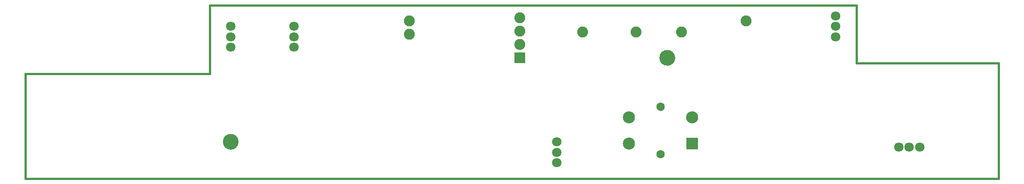
<source format=gbs>
G75*
%MOIN*%
%OFA0B0*%
%FSLAX25Y25*%
%IPPOS*%
%LPD*%
%AMOC8*
5,1,8,0,0,1.08239X$1,22.5*
%
%ADD10C,0.01600*%
%ADD11C,0.08200*%
%ADD12C,0.07099*%
%ADD13R,0.08200X0.08200*%
%ADD14C,0.00000*%
%ADD15C,0.11824*%
%ADD16R,0.09068X0.09068*%
%ADD17C,0.09068*%
%ADD18C,0.06312*%
D10*
X0130984Y0091614D02*
X0130984Y0170354D01*
X0268780Y0170354D01*
X0268780Y0221535D01*
X0753031Y0221535D01*
X0753031Y0178228D01*
X0859331Y0178228D01*
X0859331Y0091614D01*
X0130984Y0091614D01*
D11*
X0501063Y0192165D03*
X0501063Y0202165D03*
X0501063Y0212165D03*
X0548043Y0201622D03*
X0588043Y0201622D03*
X0621772Y0201445D03*
X0670354Y0209724D03*
X0418386Y0209724D03*
X0418386Y0199724D03*
D12*
X0331772Y0197913D03*
X0331772Y0190039D03*
X0284528Y0190039D03*
X0284528Y0197913D03*
X0284528Y0205787D03*
X0331772Y0205787D03*
X0528622Y0119173D03*
X0528622Y0111299D03*
X0528622Y0103425D03*
X0784528Y0115236D03*
X0792402Y0115236D03*
X0800276Y0115236D03*
X0737283Y0197913D03*
X0737283Y0205787D03*
X0737283Y0213661D03*
D13*
X0501063Y0182165D03*
D14*
X0605787Y0182165D02*
X0605789Y0182313D01*
X0605795Y0182461D01*
X0605805Y0182609D01*
X0605819Y0182756D01*
X0605837Y0182903D01*
X0605858Y0183049D01*
X0605884Y0183195D01*
X0605914Y0183340D01*
X0605947Y0183484D01*
X0605985Y0183627D01*
X0606026Y0183769D01*
X0606071Y0183910D01*
X0606119Y0184050D01*
X0606172Y0184189D01*
X0606228Y0184326D01*
X0606288Y0184461D01*
X0606351Y0184595D01*
X0606418Y0184727D01*
X0606489Y0184857D01*
X0606563Y0184985D01*
X0606640Y0185111D01*
X0606721Y0185235D01*
X0606805Y0185357D01*
X0606892Y0185476D01*
X0606983Y0185593D01*
X0607077Y0185708D01*
X0607173Y0185820D01*
X0607273Y0185930D01*
X0607375Y0186036D01*
X0607481Y0186140D01*
X0607589Y0186241D01*
X0607700Y0186339D01*
X0607813Y0186435D01*
X0607929Y0186527D01*
X0608047Y0186616D01*
X0608168Y0186701D01*
X0608291Y0186784D01*
X0608416Y0186863D01*
X0608543Y0186939D01*
X0608672Y0187011D01*
X0608803Y0187080D01*
X0608936Y0187145D01*
X0609071Y0187206D01*
X0609207Y0187264D01*
X0609344Y0187319D01*
X0609483Y0187369D01*
X0609624Y0187416D01*
X0609765Y0187459D01*
X0609908Y0187499D01*
X0610052Y0187534D01*
X0610196Y0187566D01*
X0610342Y0187593D01*
X0610488Y0187617D01*
X0610635Y0187637D01*
X0610782Y0187653D01*
X0610929Y0187665D01*
X0611077Y0187673D01*
X0611225Y0187677D01*
X0611373Y0187677D01*
X0611521Y0187673D01*
X0611669Y0187665D01*
X0611816Y0187653D01*
X0611963Y0187637D01*
X0612110Y0187617D01*
X0612256Y0187593D01*
X0612402Y0187566D01*
X0612546Y0187534D01*
X0612690Y0187499D01*
X0612833Y0187459D01*
X0612974Y0187416D01*
X0613115Y0187369D01*
X0613254Y0187319D01*
X0613391Y0187264D01*
X0613527Y0187206D01*
X0613662Y0187145D01*
X0613795Y0187080D01*
X0613926Y0187011D01*
X0614055Y0186939D01*
X0614182Y0186863D01*
X0614307Y0186784D01*
X0614430Y0186701D01*
X0614551Y0186616D01*
X0614669Y0186527D01*
X0614785Y0186435D01*
X0614898Y0186339D01*
X0615009Y0186241D01*
X0615117Y0186140D01*
X0615223Y0186036D01*
X0615325Y0185930D01*
X0615425Y0185820D01*
X0615521Y0185708D01*
X0615615Y0185593D01*
X0615706Y0185476D01*
X0615793Y0185357D01*
X0615877Y0185235D01*
X0615958Y0185111D01*
X0616035Y0184985D01*
X0616109Y0184857D01*
X0616180Y0184727D01*
X0616247Y0184595D01*
X0616310Y0184461D01*
X0616370Y0184326D01*
X0616426Y0184189D01*
X0616479Y0184050D01*
X0616527Y0183910D01*
X0616572Y0183769D01*
X0616613Y0183627D01*
X0616651Y0183484D01*
X0616684Y0183340D01*
X0616714Y0183195D01*
X0616740Y0183049D01*
X0616761Y0182903D01*
X0616779Y0182756D01*
X0616793Y0182609D01*
X0616803Y0182461D01*
X0616809Y0182313D01*
X0616811Y0182165D01*
X0616809Y0182017D01*
X0616803Y0181869D01*
X0616793Y0181721D01*
X0616779Y0181574D01*
X0616761Y0181427D01*
X0616740Y0181281D01*
X0616714Y0181135D01*
X0616684Y0180990D01*
X0616651Y0180846D01*
X0616613Y0180703D01*
X0616572Y0180561D01*
X0616527Y0180420D01*
X0616479Y0180280D01*
X0616426Y0180141D01*
X0616370Y0180004D01*
X0616310Y0179869D01*
X0616247Y0179735D01*
X0616180Y0179603D01*
X0616109Y0179473D01*
X0616035Y0179345D01*
X0615958Y0179219D01*
X0615877Y0179095D01*
X0615793Y0178973D01*
X0615706Y0178854D01*
X0615615Y0178737D01*
X0615521Y0178622D01*
X0615425Y0178510D01*
X0615325Y0178400D01*
X0615223Y0178294D01*
X0615117Y0178190D01*
X0615009Y0178089D01*
X0614898Y0177991D01*
X0614785Y0177895D01*
X0614669Y0177803D01*
X0614551Y0177714D01*
X0614430Y0177629D01*
X0614307Y0177546D01*
X0614182Y0177467D01*
X0614055Y0177391D01*
X0613926Y0177319D01*
X0613795Y0177250D01*
X0613662Y0177185D01*
X0613527Y0177124D01*
X0613391Y0177066D01*
X0613254Y0177011D01*
X0613115Y0176961D01*
X0612974Y0176914D01*
X0612833Y0176871D01*
X0612690Y0176831D01*
X0612546Y0176796D01*
X0612402Y0176764D01*
X0612256Y0176737D01*
X0612110Y0176713D01*
X0611963Y0176693D01*
X0611816Y0176677D01*
X0611669Y0176665D01*
X0611521Y0176657D01*
X0611373Y0176653D01*
X0611225Y0176653D01*
X0611077Y0176657D01*
X0610929Y0176665D01*
X0610782Y0176677D01*
X0610635Y0176693D01*
X0610488Y0176713D01*
X0610342Y0176737D01*
X0610196Y0176764D01*
X0610052Y0176796D01*
X0609908Y0176831D01*
X0609765Y0176871D01*
X0609624Y0176914D01*
X0609483Y0176961D01*
X0609344Y0177011D01*
X0609207Y0177066D01*
X0609071Y0177124D01*
X0608936Y0177185D01*
X0608803Y0177250D01*
X0608672Y0177319D01*
X0608543Y0177391D01*
X0608416Y0177467D01*
X0608291Y0177546D01*
X0608168Y0177629D01*
X0608047Y0177714D01*
X0607929Y0177803D01*
X0607813Y0177895D01*
X0607700Y0177991D01*
X0607589Y0178089D01*
X0607481Y0178190D01*
X0607375Y0178294D01*
X0607273Y0178400D01*
X0607173Y0178510D01*
X0607077Y0178622D01*
X0606983Y0178737D01*
X0606892Y0178854D01*
X0606805Y0178973D01*
X0606721Y0179095D01*
X0606640Y0179219D01*
X0606563Y0179345D01*
X0606489Y0179473D01*
X0606418Y0179603D01*
X0606351Y0179735D01*
X0606288Y0179869D01*
X0606228Y0180004D01*
X0606172Y0180141D01*
X0606119Y0180280D01*
X0606071Y0180420D01*
X0606026Y0180561D01*
X0605985Y0180703D01*
X0605947Y0180846D01*
X0605914Y0180990D01*
X0605884Y0181135D01*
X0605858Y0181281D01*
X0605837Y0181427D01*
X0605819Y0181574D01*
X0605805Y0181721D01*
X0605795Y0181869D01*
X0605789Y0182017D01*
X0605787Y0182165D01*
X0603500Y0145417D02*
X0603502Y0145522D01*
X0603508Y0145627D01*
X0603518Y0145731D01*
X0603532Y0145835D01*
X0603550Y0145939D01*
X0603572Y0146041D01*
X0603597Y0146143D01*
X0603627Y0146244D01*
X0603660Y0146343D01*
X0603697Y0146441D01*
X0603738Y0146538D01*
X0603783Y0146633D01*
X0603831Y0146726D01*
X0603882Y0146818D01*
X0603938Y0146907D01*
X0603996Y0146994D01*
X0604058Y0147079D01*
X0604122Y0147162D01*
X0604190Y0147242D01*
X0604261Y0147319D01*
X0604335Y0147393D01*
X0604412Y0147465D01*
X0604491Y0147534D01*
X0604573Y0147599D01*
X0604657Y0147662D01*
X0604744Y0147721D01*
X0604833Y0147777D01*
X0604924Y0147830D01*
X0605017Y0147879D01*
X0605111Y0147924D01*
X0605207Y0147966D01*
X0605305Y0148004D01*
X0605404Y0148038D01*
X0605505Y0148069D01*
X0605606Y0148095D01*
X0605709Y0148118D01*
X0605812Y0148137D01*
X0605916Y0148152D01*
X0606020Y0148163D01*
X0606125Y0148170D01*
X0606230Y0148173D01*
X0606335Y0148172D01*
X0606440Y0148167D01*
X0606544Y0148158D01*
X0606648Y0148145D01*
X0606752Y0148128D01*
X0606855Y0148107D01*
X0606957Y0148082D01*
X0607058Y0148054D01*
X0607157Y0148021D01*
X0607256Y0147985D01*
X0607353Y0147945D01*
X0607448Y0147902D01*
X0607542Y0147854D01*
X0607634Y0147804D01*
X0607724Y0147750D01*
X0607812Y0147692D01*
X0607897Y0147631D01*
X0607980Y0147567D01*
X0608061Y0147500D01*
X0608139Y0147430D01*
X0608214Y0147356D01*
X0608286Y0147281D01*
X0608356Y0147202D01*
X0608422Y0147121D01*
X0608486Y0147037D01*
X0608546Y0146951D01*
X0608602Y0146863D01*
X0608656Y0146772D01*
X0608706Y0146680D01*
X0608752Y0146586D01*
X0608795Y0146490D01*
X0608834Y0146392D01*
X0608869Y0146294D01*
X0608900Y0146193D01*
X0608928Y0146092D01*
X0608952Y0145990D01*
X0608972Y0145887D01*
X0608988Y0145783D01*
X0609000Y0145679D01*
X0609008Y0145574D01*
X0609012Y0145469D01*
X0609012Y0145365D01*
X0609008Y0145260D01*
X0609000Y0145155D01*
X0608988Y0145051D01*
X0608972Y0144947D01*
X0608952Y0144844D01*
X0608928Y0144742D01*
X0608900Y0144641D01*
X0608869Y0144540D01*
X0608834Y0144442D01*
X0608795Y0144344D01*
X0608752Y0144248D01*
X0608706Y0144154D01*
X0608656Y0144062D01*
X0608602Y0143971D01*
X0608546Y0143883D01*
X0608486Y0143797D01*
X0608422Y0143713D01*
X0608356Y0143632D01*
X0608286Y0143553D01*
X0608214Y0143478D01*
X0608139Y0143404D01*
X0608061Y0143334D01*
X0607980Y0143267D01*
X0607897Y0143203D01*
X0607812Y0143142D01*
X0607724Y0143084D01*
X0607634Y0143030D01*
X0607542Y0142980D01*
X0607448Y0142932D01*
X0607353Y0142889D01*
X0607256Y0142849D01*
X0607157Y0142813D01*
X0607058Y0142780D01*
X0606957Y0142752D01*
X0606855Y0142727D01*
X0606752Y0142706D01*
X0606648Y0142689D01*
X0606544Y0142676D01*
X0606440Y0142667D01*
X0606335Y0142662D01*
X0606230Y0142661D01*
X0606125Y0142664D01*
X0606020Y0142671D01*
X0605916Y0142682D01*
X0605812Y0142697D01*
X0605709Y0142716D01*
X0605606Y0142739D01*
X0605505Y0142765D01*
X0605404Y0142796D01*
X0605305Y0142830D01*
X0605207Y0142868D01*
X0605111Y0142910D01*
X0605017Y0142955D01*
X0604924Y0143004D01*
X0604833Y0143057D01*
X0604744Y0143113D01*
X0604657Y0143172D01*
X0604573Y0143235D01*
X0604491Y0143300D01*
X0604412Y0143369D01*
X0604335Y0143441D01*
X0604261Y0143515D01*
X0604190Y0143592D01*
X0604122Y0143672D01*
X0604058Y0143755D01*
X0603996Y0143840D01*
X0603938Y0143927D01*
X0603882Y0144016D01*
X0603831Y0144108D01*
X0603783Y0144201D01*
X0603738Y0144296D01*
X0603697Y0144393D01*
X0603660Y0144491D01*
X0603627Y0144590D01*
X0603597Y0144691D01*
X0603572Y0144793D01*
X0603550Y0144895D01*
X0603532Y0144999D01*
X0603518Y0145103D01*
X0603508Y0145207D01*
X0603502Y0145312D01*
X0603500Y0145417D01*
X0603500Y0109984D02*
X0603502Y0110089D01*
X0603508Y0110194D01*
X0603518Y0110298D01*
X0603532Y0110402D01*
X0603550Y0110506D01*
X0603572Y0110608D01*
X0603597Y0110710D01*
X0603627Y0110811D01*
X0603660Y0110910D01*
X0603697Y0111008D01*
X0603738Y0111105D01*
X0603783Y0111200D01*
X0603831Y0111293D01*
X0603882Y0111385D01*
X0603938Y0111474D01*
X0603996Y0111561D01*
X0604058Y0111646D01*
X0604122Y0111729D01*
X0604190Y0111809D01*
X0604261Y0111886D01*
X0604335Y0111960D01*
X0604412Y0112032D01*
X0604491Y0112101D01*
X0604573Y0112166D01*
X0604657Y0112229D01*
X0604744Y0112288D01*
X0604833Y0112344D01*
X0604924Y0112397D01*
X0605017Y0112446D01*
X0605111Y0112491D01*
X0605207Y0112533D01*
X0605305Y0112571D01*
X0605404Y0112605D01*
X0605505Y0112636D01*
X0605606Y0112662D01*
X0605709Y0112685D01*
X0605812Y0112704D01*
X0605916Y0112719D01*
X0606020Y0112730D01*
X0606125Y0112737D01*
X0606230Y0112740D01*
X0606335Y0112739D01*
X0606440Y0112734D01*
X0606544Y0112725D01*
X0606648Y0112712D01*
X0606752Y0112695D01*
X0606855Y0112674D01*
X0606957Y0112649D01*
X0607058Y0112621D01*
X0607157Y0112588D01*
X0607256Y0112552D01*
X0607353Y0112512D01*
X0607448Y0112469D01*
X0607542Y0112421D01*
X0607634Y0112371D01*
X0607724Y0112317D01*
X0607812Y0112259D01*
X0607897Y0112198D01*
X0607980Y0112134D01*
X0608061Y0112067D01*
X0608139Y0111997D01*
X0608214Y0111923D01*
X0608286Y0111848D01*
X0608356Y0111769D01*
X0608422Y0111688D01*
X0608486Y0111604D01*
X0608546Y0111518D01*
X0608602Y0111430D01*
X0608656Y0111339D01*
X0608706Y0111247D01*
X0608752Y0111153D01*
X0608795Y0111057D01*
X0608834Y0110959D01*
X0608869Y0110861D01*
X0608900Y0110760D01*
X0608928Y0110659D01*
X0608952Y0110557D01*
X0608972Y0110454D01*
X0608988Y0110350D01*
X0609000Y0110246D01*
X0609008Y0110141D01*
X0609012Y0110036D01*
X0609012Y0109932D01*
X0609008Y0109827D01*
X0609000Y0109722D01*
X0608988Y0109618D01*
X0608972Y0109514D01*
X0608952Y0109411D01*
X0608928Y0109309D01*
X0608900Y0109208D01*
X0608869Y0109107D01*
X0608834Y0109009D01*
X0608795Y0108911D01*
X0608752Y0108815D01*
X0608706Y0108721D01*
X0608656Y0108629D01*
X0608602Y0108538D01*
X0608546Y0108450D01*
X0608486Y0108364D01*
X0608422Y0108280D01*
X0608356Y0108199D01*
X0608286Y0108120D01*
X0608214Y0108045D01*
X0608139Y0107971D01*
X0608061Y0107901D01*
X0607980Y0107834D01*
X0607897Y0107770D01*
X0607812Y0107709D01*
X0607724Y0107651D01*
X0607634Y0107597D01*
X0607542Y0107547D01*
X0607448Y0107499D01*
X0607353Y0107456D01*
X0607256Y0107416D01*
X0607157Y0107380D01*
X0607058Y0107347D01*
X0606957Y0107319D01*
X0606855Y0107294D01*
X0606752Y0107273D01*
X0606648Y0107256D01*
X0606544Y0107243D01*
X0606440Y0107234D01*
X0606335Y0107229D01*
X0606230Y0107228D01*
X0606125Y0107231D01*
X0606020Y0107238D01*
X0605916Y0107249D01*
X0605812Y0107264D01*
X0605709Y0107283D01*
X0605606Y0107306D01*
X0605505Y0107332D01*
X0605404Y0107363D01*
X0605305Y0107397D01*
X0605207Y0107435D01*
X0605111Y0107477D01*
X0605017Y0107522D01*
X0604924Y0107571D01*
X0604833Y0107624D01*
X0604744Y0107680D01*
X0604657Y0107739D01*
X0604573Y0107802D01*
X0604491Y0107867D01*
X0604412Y0107936D01*
X0604335Y0108008D01*
X0604261Y0108082D01*
X0604190Y0108159D01*
X0604122Y0108239D01*
X0604058Y0108322D01*
X0603996Y0108407D01*
X0603938Y0108494D01*
X0603882Y0108583D01*
X0603831Y0108675D01*
X0603783Y0108768D01*
X0603738Y0108863D01*
X0603697Y0108960D01*
X0603660Y0109058D01*
X0603627Y0109157D01*
X0603597Y0109258D01*
X0603572Y0109360D01*
X0603550Y0109462D01*
X0603532Y0109566D01*
X0603518Y0109670D01*
X0603508Y0109774D01*
X0603502Y0109879D01*
X0603500Y0109984D01*
X0279016Y0119173D02*
X0279018Y0119321D01*
X0279024Y0119469D01*
X0279034Y0119617D01*
X0279048Y0119764D01*
X0279066Y0119911D01*
X0279087Y0120057D01*
X0279113Y0120203D01*
X0279143Y0120348D01*
X0279176Y0120492D01*
X0279214Y0120635D01*
X0279255Y0120777D01*
X0279300Y0120918D01*
X0279348Y0121058D01*
X0279401Y0121197D01*
X0279457Y0121334D01*
X0279517Y0121469D01*
X0279580Y0121603D01*
X0279647Y0121735D01*
X0279718Y0121865D01*
X0279792Y0121993D01*
X0279869Y0122119D01*
X0279950Y0122243D01*
X0280034Y0122365D01*
X0280121Y0122484D01*
X0280212Y0122601D01*
X0280306Y0122716D01*
X0280402Y0122828D01*
X0280502Y0122938D01*
X0280604Y0123044D01*
X0280710Y0123148D01*
X0280818Y0123249D01*
X0280929Y0123347D01*
X0281042Y0123443D01*
X0281158Y0123535D01*
X0281276Y0123624D01*
X0281397Y0123709D01*
X0281520Y0123792D01*
X0281645Y0123871D01*
X0281772Y0123947D01*
X0281901Y0124019D01*
X0282032Y0124088D01*
X0282165Y0124153D01*
X0282300Y0124214D01*
X0282436Y0124272D01*
X0282573Y0124327D01*
X0282712Y0124377D01*
X0282853Y0124424D01*
X0282994Y0124467D01*
X0283137Y0124507D01*
X0283281Y0124542D01*
X0283425Y0124574D01*
X0283571Y0124601D01*
X0283717Y0124625D01*
X0283864Y0124645D01*
X0284011Y0124661D01*
X0284158Y0124673D01*
X0284306Y0124681D01*
X0284454Y0124685D01*
X0284602Y0124685D01*
X0284750Y0124681D01*
X0284898Y0124673D01*
X0285045Y0124661D01*
X0285192Y0124645D01*
X0285339Y0124625D01*
X0285485Y0124601D01*
X0285631Y0124574D01*
X0285775Y0124542D01*
X0285919Y0124507D01*
X0286062Y0124467D01*
X0286203Y0124424D01*
X0286344Y0124377D01*
X0286483Y0124327D01*
X0286620Y0124272D01*
X0286756Y0124214D01*
X0286891Y0124153D01*
X0287024Y0124088D01*
X0287155Y0124019D01*
X0287284Y0123947D01*
X0287411Y0123871D01*
X0287536Y0123792D01*
X0287659Y0123709D01*
X0287780Y0123624D01*
X0287898Y0123535D01*
X0288014Y0123443D01*
X0288127Y0123347D01*
X0288238Y0123249D01*
X0288346Y0123148D01*
X0288452Y0123044D01*
X0288554Y0122938D01*
X0288654Y0122828D01*
X0288750Y0122716D01*
X0288844Y0122601D01*
X0288935Y0122484D01*
X0289022Y0122365D01*
X0289106Y0122243D01*
X0289187Y0122119D01*
X0289264Y0121993D01*
X0289338Y0121865D01*
X0289409Y0121735D01*
X0289476Y0121603D01*
X0289539Y0121469D01*
X0289599Y0121334D01*
X0289655Y0121197D01*
X0289708Y0121058D01*
X0289756Y0120918D01*
X0289801Y0120777D01*
X0289842Y0120635D01*
X0289880Y0120492D01*
X0289913Y0120348D01*
X0289943Y0120203D01*
X0289969Y0120057D01*
X0289990Y0119911D01*
X0290008Y0119764D01*
X0290022Y0119617D01*
X0290032Y0119469D01*
X0290038Y0119321D01*
X0290040Y0119173D01*
X0290038Y0119025D01*
X0290032Y0118877D01*
X0290022Y0118729D01*
X0290008Y0118582D01*
X0289990Y0118435D01*
X0289969Y0118289D01*
X0289943Y0118143D01*
X0289913Y0117998D01*
X0289880Y0117854D01*
X0289842Y0117711D01*
X0289801Y0117569D01*
X0289756Y0117428D01*
X0289708Y0117288D01*
X0289655Y0117149D01*
X0289599Y0117012D01*
X0289539Y0116877D01*
X0289476Y0116743D01*
X0289409Y0116611D01*
X0289338Y0116481D01*
X0289264Y0116353D01*
X0289187Y0116227D01*
X0289106Y0116103D01*
X0289022Y0115981D01*
X0288935Y0115862D01*
X0288844Y0115745D01*
X0288750Y0115630D01*
X0288654Y0115518D01*
X0288554Y0115408D01*
X0288452Y0115302D01*
X0288346Y0115198D01*
X0288238Y0115097D01*
X0288127Y0114999D01*
X0288014Y0114903D01*
X0287898Y0114811D01*
X0287780Y0114722D01*
X0287659Y0114637D01*
X0287536Y0114554D01*
X0287411Y0114475D01*
X0287284Y0114399D01*
X0287155Y0114327D01*
X0287024Y0114258D01*
X0286891Y0114193D01*
X0286756Y0114132D01*
X0286620Y0114074D01*
X0286483Y0114019D01*
X0286344Y0113969D01*
X0286203Y0113922D01*
X0286062Y0113879D01*
X0285919Y0113839D01*
X0285775Y0113804D01*
X0285631Y0113772D01*
X0285485Y0113745D01*
X0285339Y0113721D01*
X0285192Y0113701D01*
X0285045Y0113685D01*
X0284898Y0113673D01*
X0284750Y0113665D01*
X0284602Y0113661D01*
X0284454Y0113661D01*
X0284306Y0113665D01*
X0284158Y0113673D01*
X0284011Y0113685D01*
X0283864Y0113701D01*
X0283717Y0113721D01*
X0283571Y0113745D01*
X0283425Y0113772D01*
X0283281Y0113804D01*
X0283137Y0113839D01*
X0282994Y0113879D01*
X0282853Y0113922D01*
X0282712Y0113969D01*
X0282573Y0114019D01*
X0282436Y0114074D01*
X0282300Y0114132D01*
X0282165Y0114193D01*
X0282032Y0114258D01*
X0281901Y0114327D01*
X0281772Y0114399D01*
X0281645Y0114475D01*
X0281520Y0114554D01*
X0281397Y0114637D01*
X0281276Y0114722D01*
X0281158Y0114811D01*
X0281042Y0114903D01*
X0280929Y0114999D01*
X0280818Y0115097D01*
X0280710Y0115198D01*
X0280604Y0115302D01*
X0280502Y0115408D01*
X0280402Y0115518D01*
X0280306Y0115630D01*
X0280212Y0115745D01*
X0280121Y0115862D01*
X0280034Y0115981D01*
X0279950Y0116103D01*
X0279869Y0116227D01*
X0279792Y0116353D01*
X0279718Y0116481D01*
X0279647Y0116611D01*
X0279580Y0116743D01*
X0279517Y0116877D01*
X0279457Y0117012D01*
X0279401Y0117149D01*
X0279348Y0117288D01*
X0279300Y0117428D01*
X0279255Y0117569D01*
X0279214Y0117711D01*
X0279176Y0117854D01*
X0279143Y0117998D01*
X0279113Y0118143D01*
X0279087Y0118289D01*
X0279066Y0118435D01*
X0279048Y0118582D01*
X0279034Y0118729D01*
X0279024Y0118877D01*
X0279018Y0119025D01*
X0279016Y0119173D01*
D15*
X0284528Y0119173D03*
X0611299Y0182165D03*
D16*
X0629878Y0117858D03*
D17*
X0582634Y0117858D03*
X0582634Y0137543D03*
X0629878Y0137543D03*
D18*
X0606256Y0145417D03*
X0606256Y0109984D03*
M02*

</source>
